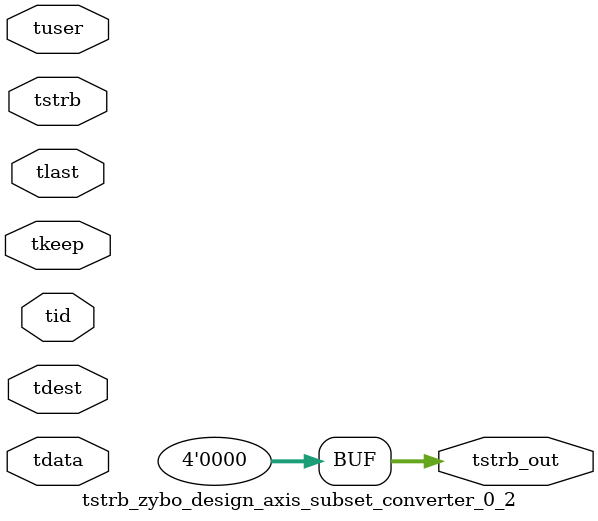
<source format=v>


`timescale 1ps/1ps

module tstrb_zybo_design_axis_subset_converter_0_2 #
(
parameter C_S_AXIS_TDATA_WIDTH = 32,
parameter C_S_AXIS_TUSER_WIDTH = 0,
parameter C_S_AXIS_TID_WIDTH   = 0,
parameter C_S_AXIS_TDEST_WIDTH = 0,
parameter C_M_AXIS_TDATA_WIDTH = 32
)
(
input  [(C_S_AXIS_TDATA_WIDTH == 0 ? 1 : C_S_AXIS_TDATA_WIDTH)-1:0     ] tdata,
input  [(C_S_AXIS_TUSER_WIDTH == 0 ? 1 : C_S_AXIS_TUSER_WIDTH)-1:0     ] tuser,
input  [(C_S_AXIS_TID_WIDTH   == 0 ? 1 : C_S_AXIS_TID_WIDTH)-1:0       ] tid,
input  [(C_S_AXIS_TDEST_WIDTH == 0 ? 1 : C_S_AXIS_TDEST_WIDTH)-1:0     ] tdest,
input  [(C_S_AXIS_TDATA_WIDTH/8)-1:0 ] tkeep,
input  [(C_S_AXIS_TDATA_WIDTH/8)-1:0 ] tstrb,
input                                                                    tlast,
output [(C_M_AXIS_TDATA_WIDTH/8)-1:0 ] tstrb_out
);

assign tstrb_out = {1'b0};

endmodule


</source>
